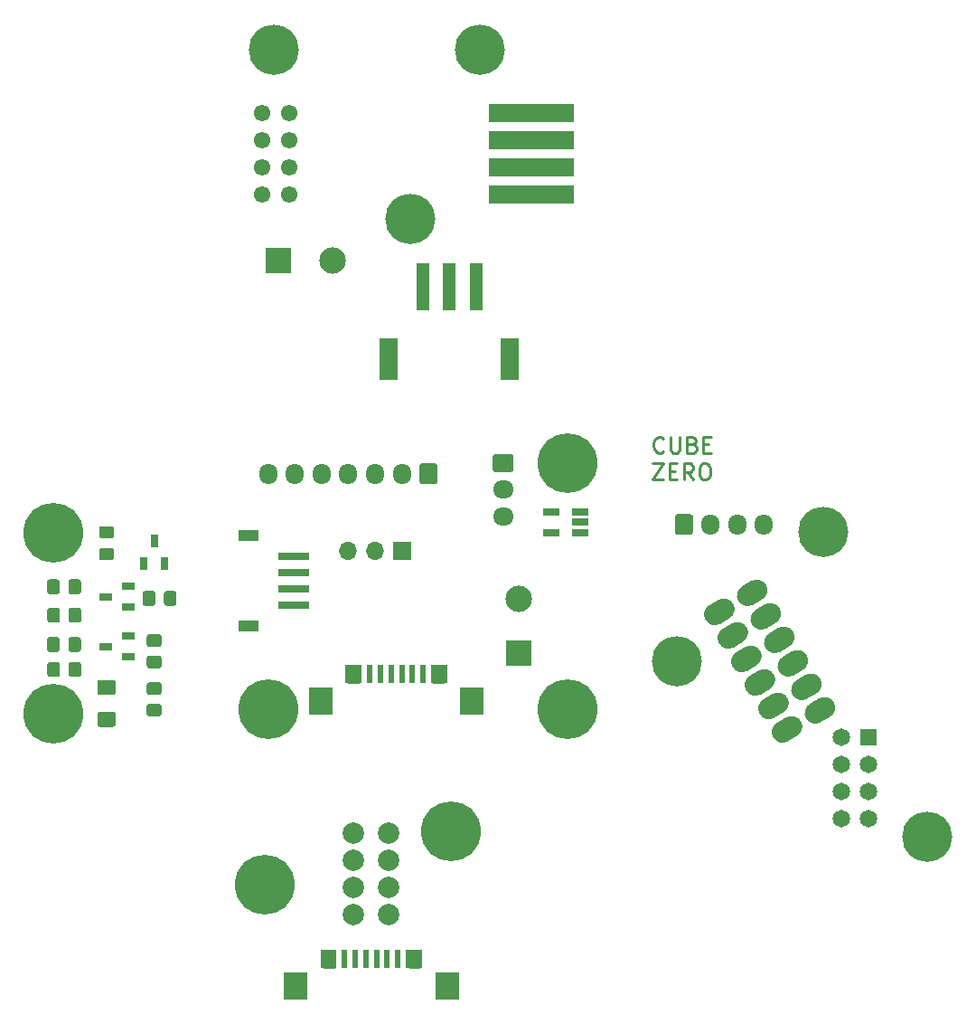
<source format=gbr>
%TF.GenerationSoftware,KiCad,Pcbnew,(5.1.9)-1*%
%TF.CreationDate,2021-02-18T14:55:37+00:00*%
%TF.ProjectId,toolboards - assembly_final,746f6f6c-626f-4617-9264-73202d206173,rev?*%
%TF.SameCoordinates,Original*%
%TF.FileFunction,Soldermask,Top*%
%TF.FilePolarity,Negative*%
%FSLAX46Y46*%
G04 Gerber Fmt 4.6, Leading zero omitted, Abs format (unit mm)*
G04 Created by KiCad (PCBNEW (5.1.9)-1) date 2021-02-18 14:55:37*
%MOMM*%
%LPD*%
G01*
G04 APERTURE LIST*
%ADD10C,0.250000*%
%ADD11C,0.100000*%
%ADD12R,1.200000X0.650000*%
%ADD13C,3.600000*%
%ADD14C,5.600000*%
%ADD15R,0.650000X1.200000*%
%ADD16R,3.000000X0.700000*%
%ADD17R,1.900000X1.100000*%
%ADD18R,2.200000X2.500000*%
%ADD19R,0.600000X1.800000*%
%ADD20R,1.560000X0.650000*%
%ADD21C,2.000000*%
%ADD22C,1.550000*%
%ADD23R,8.000000X1.800000*%
%ADD24C,2.475000*%
%ADD25R,2.475000X2.475000*%
%ADD26R,1.300000X4.500000*%
%ADD27R,1.800000X3.900000*%
%ADD28C,3.100000*%
%ADD29C,4.700000*%
%ADD30O,1.700000X1.700000*%
%ADD31R,1.700000X1.700000*%
%ADD32O,1.950000X1.700000*%
%ADD33O,1.700000X1.950000*%
%ADD34C,1.650000*%
%ADD35R,1.650000X1.650000*%
G04 APERTURE END LIST*
D10*
X180986185Y-69774514D02*
X180914757Y-69845942D01*
X180700471Y-69917371D01*
X180557614Y-69917371D01*
X180343328Y-69845942D01*
X180200471Y-69703085D01*
X180129042Y-69560228D01*
X180057614Y-69274514D01*
X180057614Y-69060228D01*
X180129042Y-68774514D01*
X180200471Y-68631657D01*
X180343328Y-68488800D01*
X180557614Y-68417371D01*
X180700471Y-68417371D01*
X180914757Y-68488800D01*
X180986185Y-68560228D01*
X181629042Y-68417371D02*
X181629042Y-69631657D01*
X181700471Y-69774514D01*
X181771900Y-69845942D01*
X181914757Y-69917371D01*
X182200471Y-69917371D01*
X182343328Y-69845942D01*
X182414757Y-69774514D01*
X182486185Y-69631657D01*
X182486185Y-68417371D01*
X183700471Y-69131657D02*
X183914757Y-69203085D01*
X183986185Y-69274514D01*
X184057614Y-69417371D01*
X184057614Y-69631657D01*
X183986185Y-69774514D01*
X183914757Y-69845942D01*
X183771900Y-69917371D01*
X183200471Y-69917371D01*
X183200471Y-68417371D01*
X183700471Y-68417371D01*
X183843328Y-68488800D01*
X183914757Y-68560228D01*
X183986185Y-68703085D01*
X183986185Y-68845942D01*
X183914757Y-68988800D01*
X183843328Y-69060228D01*
X183700471Y-69131657D01*
X183200471Y-69131657D01*
X184700471Y-69131657D02*
X185200471Y-69131657D01*
X185414757Y-69917371D02*
X184700471Y-69917371D01*
X184700471Y-68417371D01*
X185414757Y-68417371D01*
X179986185Y-70917371D02*
X180986185Y-70917371D01*
X179986185Y-72417371D01*
X180986185Y-72417371D01*
X181557614Y-71631657D02*
X182057614Y-71631657D01*
X182271900Y-72417371D02*
X181557614Y-72417371D01*
X181557614Y-70917371D01*
X182271900Y-70917371D01*
X183771900Y-72417371D02*
X183271900Y-71703085D01*
X182914757Y-72417371D02*
X182914757Y-70917371D01*
X183486185Y-70917371D01*
X183629042Y-70988800D01*
X183700471Y-71060228D01*
X183771900Y-71203085D01*
X183771900Y-71417371D01*
X183700471Y-71560228D01*
X183629042Y-71631657D01*
X183486185Y-71703085D01*
X182914757Y-71703085D01*
X184700471Y-70917371D02*
X184986185Y-70917371D01*
X185129042Y-70988800D01*
X185271900Y-71131657D01*
X185343328Y-71417371D01*
X185343328Y-71917371D01*
X185271900Y-72203085D01*
X185129042Y-72345942D01*
X184986185Y-72417371D01*
X184700471Y-72417371D01*
X184557614Y-72345942D01*
X184414757Y-72203085D01*
X184343328Y-71917371D01*
X184343328Y-71417371D01*
X184414757Y-71131657D01*
X184557614Y-70988800D01*
X184700471Y-70917371D01*
D11*
G36*
X152422200Y-91473000D02*
G01*
X151457000Y-91473000D01*
X151457000Y-89796600D01*
X152422200Y-89796600D01*
X152422200Y-91473000D01*
G37*
X152422200Y-91473000D02*
X151457000Y-91473000D01*
X151457000Y-89796600D01*
X152422200Y-89796600D01*
X152422200Y-91473000D01*
G36*
X160357000Y-91473000D02*
G01*
X159391800Y-91473000D01*
X159391800Y-89796600D01*
X160357000Y-89796600D01*
X160357000Y-91473000D01*
G37*
X160357000Y-91473000D02*
X159391800Y-91473000D01*
X159391800Y-89796600D01*
X160357000Y-89796600D01*
X160357000Y-91473000D01*
G36*
X158119200Y-118130500D02*
G01*
X157154000Y-118130500D01*
X157154000Y-116454100D01*
X158119200Y-116454100D01*
X158119200Y-118130500D01*
G37*
X158119200Y-118130500D02*
X157154000Y-118130500D01*
X157154000Y-116454100D01*
X158119200Y-116454100D01*
X158119200Y-118130500D01*
G36*
X150105500Y-118130500D02*
G01*
X149140300Y-118130500D01*
X149140300Y-116454100D01*
X150105500Y-116454100D01*
X150105500Y-118130500D01*
G37*
X150105500Y-118130500D02*
X149140300Y-118130500D01*
X149140300Y-116454100D01*
X150105500Y-116454100D01*
X150105500Y-118130500D01*
%TO.C,R0*%
G36*
G01*
X125216500Y-88309001D02*
X125216500Y-87408999D01*
G75*
G02*
X125466499Y-87159000I249999J0D01*
G01*
X126166501Y-87159000D01*
G75*
G02*
X126416500Y-87408999I0J-249999D01*
G01*
X126416500Y-88309001D01*
G75*
G02*
X126166501Y-88559000I-249999J0D01*
G01*
X125466499Y-88559000D01*
G75*
G02*
X125216500Y-88309001I0J249999D01*
G01*
G37*
G36*
G01*
X123216500Y-88309001D02*
X123216500Y-87408999D01*
G75*
G02*
X123466499Y-87159000I249999J0D01*
G01*
X124166501Y-87159000D01*
G75*
G02*
X124416500Y-87408999I0J-249999D01*
G01*
X124416500Y-88309001D01*
G75*
G02*
X124166501Y-88559000I-249999J0D01*
G01*
X123466499Y-88559000D01*
G75*
G02*
X123216500Y-88309001I0J249999D01*
G01*
G37*
%TD*%
%TO.C,R3*%
G36*
G01*
X124441000Y-84668999D02*
X124441000Y-85569001D01*
G75*
G02*
X124191001Y-85819000I-249999J0D01*
G01*
X123490999Y-85819000D01*
G75*
G02*
X123241000Y-85569001I0J249999D01*
G01*
X123241000Y-84668999D01*
G75*
G02*
X123490999Y-84419000I249999J0D01*
G01*
X124191001Y-84419000D01*
G75*
G02*
X124441000Y-84668999I0J-249999D01*
G01*
G37*
G36*
G01*
X126441000Y-84668999D02*
X126441000Y-85569001D01*
G75*
G02*
X126191001Y-85819000I-249999J0D01*
G01*
X125490999Y-85819000D01*
G75*
G02*
X125241000Y-85569001I0J249999D01*
G01*
X125241000Y-84668999D01*
G75*
G02*
X125490999Y-84419000I249999J0D01*
G01*
X126191001Y-84419000D01*
G75*
G02*
X126441000Y-84668999I0J-249999D01*
G01*
G37*
%TD*%
%TO.C,LED1*%
G36*
G01*
X128346999Y-78823000D02*
X129247001Y-78823000D01*
G75*
G02*
X129497000Y-79072999I0J-249999D01*
G01*
X129497000Y-79723001D01*
G75*
G02*
X129247001Y-79973000I-249999J0D01*
G01*
X128346999Y-79973000D01*
G75*
G02*
X128097000Y-79723001I0J249999D01*
G01*
X128097000Y-79072999D01*
G75*
G02*
X128346999Y-78823000I249999J0D01*
G01*
G37*
G36*
G01*
X128346999Y-76773000D02*
X129247001Y-76773000D01*
G75*
G02*
X129497000Y-77022999I0J-249999D01*
G01*
X129497000Y-77673001D01*
G75*
G02*
X129247001Y-77923000I-249999J0D01*
G01*
X128346999Y-77923000D01*
G75*
G02*
X128097000Y-77673001I0J249999D01*
G01*
X128097000Y-77022999D01*
G75*
G02*
X128346999Y-76773000I249999J0D01*
G01*
G37*
%TD*%
%TO.C,R1*%
G36*
G01*
X132811999Y-93393000D02*
X133712001Y-93393000D01*
G75*
G02*
X133962000Y-93642999I0J-249999D01*
G01*
X133962000Y-94343001D01*
G75*
G02*
X133712001Y-94593000I-249999J0D01*
G01*
X132811999Y-94593000D01*
G75*
G02*
X132562000Y-94343001I0J249999D01*
G01*
X132562000Y-93642999D01*
G75*
G02*
X132811999Y-93393000I249999J0D01*
G01*
G37*
G36*
G01*
X132811999Y-91393000D02*
X133712001Y-91393000D01*
G75*
G02*
X133962000Y-91642999I0J-249999D01*
G01*
X133962000Y-92343001D01*
G75*
G02*
X133712001Y-92593000I-249999J0D01*
G01*
X132811999Y-92593000D01*
G75*
G02*
X132562000Y-92343001I0J249999D01*
G01*
X132562000Y-91642999D01*
G75*
G02*
X132811999Y-91393000I249999J0D01*
G01*
G37*
%TD*%
%TO.C,LED0*%
G36*
G01*
X128172000Y-94148000D02*
X129422000Y-94148000D01*
G75*
G02*
X129672000Y-94398000I0J-250000D01*
G01*
X129672000Y-95323000D01*
G75*
G02*
X129422000Y-95573000I-250000J0D01*
G01*
X128172000Y-95573000D01*
G75*
G02*
X127922000Y-95323000I0J250000D01*
G01*
X127922000Y-94398000D01*
G75*
G02*
X128172000Y-94148000I250000J0D01*
G01*
G37*
G36*
G01*
X128172000Y-91173000D02*
X129422000Y-91173000D01*
G75*
G02*
X129672000Y-91423000I0J-250000D01*
G01*
X129672000Y-92348000D01*
G75*
G02*
X129422000Y-92598000I-250000J0D01*
G01*
X128172000Y-92598000D01*
G75*
G02*
X127922000Y-92348000I0J250000D01*
G01*
X127922000Y-91423000D01*
G75*
G02*
X128172000Y-91173000I250000J0D01*
G01*
G37*
%TD*%
D12*
%TO.C,Q0*%
X130847000Y-89009500D03*
X130847000Y-87089500D03*
X128747000Y-88049500D03*
%TD*%
%TO.C,R5*%
G36*
G01*
X124416500Y-82011499D02*
X124416500Y-82911501D01*
G75*
G02*
X124166501Y-83161500I-249999J0D01*
G01*
X123466499Y-83161500D01*
G75*
G02*
X123216500Y-82911501I0J249999D01*
G01*
X123216500Y-82011499D01*
G75*
G02*
X123466499Y-81761500I249999J0D01*
G01*
X124166501Y-81761500D01*
G75*
G02*
X124416500Y-82011499I0J-249999D01*
G01*
G37*
G36*
G01*
X126416500Y-82011499D02*
X126416500Y-82911501D01*
G75*
G02*
X126166501Y-83161500I-249999J0D01*
G01*
X125466499Y-83161500D01*
G75*
G02*
X125216500Y-82911501I0J249999D01*
G01*
X125216500Y-82011499D01*
G75*
G02*
X125466499Y-81761500I249999J0D01*
G01*
X126166501Y-81761500D01*
G75*
G02*
X126416500Y-82011499I0J-249999D01*
G01*
G37*
%TD*%
%TO.C,R4*%
G36*
G01*
X124441000Y-89748999D02*
X124441000Y-90649001D01*
G75*
G02*
X124191001Y-90899000I-249999J0D01*
G01*
X123490999Y-90899000D01*
G75*
G02*
X123241000Y-90649001I0J249999D01*
G01*
X123241000Y-89748999D01*
G75*
G02*
X123490999Y-89499000I249999J0D01*
G01*
X124191001Y-89499000D01*
G75*
G02*
X124441000Y-89748999I0J-249999D01*
G01*
G37*
G36*
G01*
X126441000Y-89748999D02*
X126441000Y-90649001D01*
G75*
G02*
X126191001Y-90899000I-249999J0D01*
G01*
X125490999Y-90899000D01*
G75*
G02*
X125241000Y-90649001I0J249999D01*
G01*
X125241000Y-89748999D01*
G75*
G02*
X125490999Y-89499000I249999J0D01*
G01*
X126191001Y-89499000D01*
G75*
G02*
X126441000Y-89748999I0J-249999D01*
G01*
G37*
%TD*%
D13*
%TO.C,H9*%
X123797000Y-94373000D03*
D14*
X123797000Y-94373000D03*
%TD*%
%TO.C,R2*%
G36*
G01*
X132811999Y-88894000D02*
X133712001Y-88894000D01*
G75*
G02*
X133962000Y-89143999I0J-249999D01*
G01*
X133962000Y-89844001D01*
G75*
G02*
X133712001Y-90094000I-249999J0D01*
G01*
X132811999Y-90094000D01*
G75*
G02*
X132562000Y-89844001I0J249999D01*
G01*
X132562000Y-89143999D01*
G75*
G02*
X132811999Y-88894000I249999J0D01*
G01*
G37*
G36*
G01*
X132811999Y-86894000D02*
X133712001Y-86894000D01*
G75*
G02*
X133962000Y-87143999I0J-249999D01*
G01*
X133962000Y-87844001D01*
G75*
G02*
X133712001Y-88094000I-249999J0D01*
G01*
X132811999Y-88094000D01*
G75*
G02*
X132562000Y-87844001I0J249999D01*
G01*
X132562000Y-87143999D01*
G75*
G02*
X132811999Y-86894000I249999J0D01*
G01*
G37*
%TD*%
D15*
%TO.C,Q2*%
X132302000Y-80273000D03*
X134222000Y-80273000D03*
X133262000Y-78173000D03*
%TD*%
%TO.C,R7*%
G36*
G01*
X134170000Y-83991001D02*
X134170000Y-83090999D01*
G75*
G02*
X134419999Y-82841000I249999J0D01*
G01*
X135120001Y-82841000D01*
G75*
G02*
X135370000Y-83090999I0J-249999D01*
G01*
X135370000Y-83991001D01*
G75*
G02*
X135120001Y-84241000I-249999J0D01*
G01*
X134419999Y-84241000D01*
G75*
G02*
X134170000Y-83991001I0J249999D01*
G01*
G37*
G36*
G01*
X132170000Y-83991001D02*
X132170000Y-83090999D01*
G75*
G02*
X132419999Y-82841000I249999J0D01*
G01*
X133120001Y-82841000D01*
G75*
G02*
X133370000Y-83090999I0J-249999D01*
G01*
X133370000Y-83991001D01*
G75*
G02*
X133120001Y-84241000I-249999J0D01*
G01*
X132419999Y-84241000D01*
G75*
G02*
X132170000Y-83991001I0J249999D01*
G01*
G37*
%TD*%
D12*
%TO.C,Q1*%
X130847000Y-84333000D03*
X130847000Y-82413000D03*
X128747000Y-83373000D03*
%TD*%
D13*
%TO.C,H8*%
X123797000Y-77373000D03*
D14*
X123797000Y-77373000D03*
%TD*%
D16*
%TO.C,J16*%
X146337000Y-84138000D03*
X146337000Y-82638000D03*
X146337000Y-81138000D03*
X146337000Y-79638000D03*
D17*
X142087000Y-86088000D03*
X142087000Y-77688000D03*
%TD*%
D18*
%TO.C,J13*%
X163056000Y-93163000D03*
X148856000Y-93163000D03*
D19*
X160456000Y-90623000D03*
X159456000Y-90623000D03*
X158456000Y-90623000D03*
X157456000Y-90623000D03*
X156456000Y-90623000D03*
X155456000Y-90623000D03*
X154456000Y-90623000D03*
X153456000Y-90623000D03*
X152456000Y-90623000D03*
X151456000Y-90623000D03*
%TD*%
%TO.C,J10*%
X149098000Y-117305000D03*
X150098000Y-117305000D03*
X151098000Y-117305000D03*
X152098000Y-117305000D03*
X153098000Y-117305000D03*
X154098000Y-117305000D03*
X155098000Y-117305000D03*
X156098000Y-117305000D03*
X157098000Y-117305000D03*
X158098000Y-117305000D03*
D18*
X146498000Y-119845000D03*
X160698000Y-119845000D03*
%TD*%
D20*
%TO.C,U1*%
X173208000Y-77379000D03*
X173208000Y-76429000D03*
X173208000Y-75479000D03*
X170508000Y-75479000D03*
X170508000Y-77379000D03*
%TD*%
D21*
%TO.C,J9*%
X155247000Y-113114000D03*
X155247000Y-110574000D03*
X155247000Y-108034000D03*
X155247000Y-105494000D03*
%TD*%
%TO.C,J11*%
X151947000Y-105494000D03*
X151947000Y-108034000D03*
X151947000Y-110574000D03*
X151947000Y-113114000D03*
%TD*%
D22*
%TO.C,J3*%
X145902000Y-38148000D03*
X143362000Y-38148000D03*
X145902000Y-40688000D03*
X143362000Y-40688000D03*
X145902000Y-43228000D03*
X143362000Y-43228000D03*
X145902000Y-45768000D03*
X143362000Y-45768000D03*
%TD*%
D23*
%TO.C,J8*%
X168613000Y-45768000D03*
X168613000Y-43228000D03*
X168613000Y-40688000D03*
X168613000Y-38148000D03*
%TD*%
D24*
%TO.C,J5*%
X149987000Y-51943000D03*
D25*
X144907000Y-51943000D03*
%TD*%
D26*
%TO.C,J4*%
X158409000Y-54356000D03*
X160909000Y-54356000D03*
X163409000Y-54356000D03*
D27*
X155209000Y-61156000D03*
X166609000Y-61156000D03*
%TD*%
D14*
%TO.C,H6*%
X161037000Y-105334000D03*
D13*
X161037000Y-105334000D03*
%TD*%
D14*
%TO.C,H7*%
X143657000Y-110334000D03*
D13*
X143657000Y-110334000D03*
%TD*%
D28*
%TO.C,H3*%
X144462000Y-32183000D03*
D29*
X144462000Y-32183000D03*
%TD*%
D28*
%TO.C,H4*%
X157262000Y-48038000D03*
D29*
X157262000Y-48038000D03*
%TD*%
D28*
%TO.C,H5*%
X163761999Y-32183000D03*
D29*
X163761999Y-32183000D03*
%TD*%
D14*
%TO.C,H12*%
X171957000Y-70873000D03*
D13*
X171957000Y-70873000D03*
%TD*%
D30*
%TO.C,JP1*%
X151417000Y-79096000D03*
X153957000Y-79096000D03*
D31*
X156497000Y-79096000D03*
%TD*%
D24*
%TO.C,J14*%
X167457000Y-83563000D03*
D25*
X167457000Y-88643000D03*
%TD*%
D32*
%TO.C,J15*%
X165957000Y-75873000D03*
X165957000Y-73373000D03*
G36*
G01*
X165232000Y-70023000D02*
X166682000Y-70023000D01*
G75*
G02*
X166932000Y-70273000I0J-250000D01*
G01*
X166932000Y-71473000D01*
G75*
G02*
X166682000Y-71723000I-250000J0D01*
G01*
X165232000Y-71723000D01*
G75*
G02*
X164982000Y-71473000I0J250000D01*
G01*
X164982000Y-70273000D01*
G75*
G02*
X165232000Y-70023000I250000J0D01*
G01*
G37*
%TD*%
D14*
%TO.C,H11*%
X171957000Y-93873000D03*
D13*
X171957000Y-93873000D03*
%TD*%
D33*
%TO.C,J12*%
X143957000Y-71873000D03*
X146457000Y-71873000D03*
X148957000Y-71873000D03*
X151457000Y-71873000D03*
X153957000Y-71873000D03*
X156457000Y-71873000D03*
G36*
G01*
X159807000Y-71148000D02*
X159807000Y-72598000D01*
G75*
G02*
X159557000Y-72848000I-250000J0D01*
G01*
X158357000Y-72848000D01*
G75*
G02*
X158107000Y-72598000I0J250000D01*
G01*
X158107000Y-71148000D01*
G75*
G02*
X158357000Y-70898000I250000J0D01*
G01*
X159557000Y-70898000D01*
G75*
G02*
X159807000Y-71148000I0J-250000D01*
G01*
G37*
%TD*%
D14*
%TO.C,H10*%
X143957000Y-93873000D03*
D13*
X143957000Y-93873000D03*
%TD*%
D29*
%TO.C,H0*%
X195936462Y-77320774D03*
D28*
X195936462Y-77320774D03*
%TD*%
D33*
%TO.C,J1*%
X190397401Y-76632383D03*
X187897401Y-76632383D03*
X185397401Y-76632383D03*
G36*
G01*
X182047401Y-77357383D02*
X182047401Y-75907383D01*
G75*
G02*
X182297401Y-75657383I250000J0D01*
G01*
X183497401Y-75657383D01*
G75*
G02*
X183747401Y-75907383I0J-250000D01*
G01*
X183747401Y-77357383D01*
G75*
G02*
X183497401Y-77607383I-250000J0D01*
G01*
X182297401Y-77607383D01*
G75*
G02*
X182047401Y-77357383I0J250000D01*
G01*
G37*
%TD*%
D34*
%TO.C,J2*%
X197671391Y-104200151D03*
X200211391Y-104200151D03*
X197671391Y-101660151D03*
X200211391Y-101660151D03*
X197671391Y-99120151D03*
X200211391Y-99120151D03*
X197671391Y-96580151D03*
D35*
X200211391Y-96580151D03*
%TD*%
%TO.C,J0*%
G36*
G01*
X184913292Y-85547235D02*
X184913292Y-85547235D01*
G75*
G02*
X185279317Y-84181210I866025J500000D01*
G01*
X186145343Y-83681210D01*
G75*
G02*
X187511368Y-84047235I500000J-866025D01*
G01*
X187511368Y-84047235D01*
G75*
G02*
X187145343Y-85413260I-866025J-500000D01*
G01*
X186279317Y-85913260D01*
G75*
G02*
X184913292Y-85547235I-500000J866025D01*
G01*
G37*
G36*
G01*
X187985950Y-83773235D02*
X187985950Y-83773235D01*
G75*
G02*
X188351975Y-82407210I866025J500000D01*
G01*
X189218001Y-81907210D01*
G75*
G02*
X190584026Y-82273235I500000J-866025D01*
G01*
X190584026Y-82273235D01*
G75*
G02*
X190218001Y-83639260I-866025J-500000D01*
G01*
X189351975Y-84139260D01*
G75*
G02*
X187985950Y-83773235I-500000J866025D01*
G01*
G37*
G36*
G01*
X186176364Y-87750939D02*
X186176364Y-87750939D01*
G75*
G02*
X186542389Y-86384914I866025J500000D01*
G01*
X187408415Y-85884914D01*
G75*
G02*
X188774440Y-86250939I500000J-866025D01*
G01*
X188774440Y-86250939D01*
G75*
G02*
X188408415Y-87616964I-866025J-500000D01*
G01*
X187542389Y-88116964D01*
G75*
G02*
X186176364Y-87750939I-500000J866025D01*
G01*
G37*
G36*
G01*
X187446364Y-89950644D02*
X187446364Y-89950644D01*
G75*
G02*
X187812389Y-88584619I866025J500000D01*
G01*
X188678415Y-88084619D01*
G75*
G02*
X190044440Y-88450644I500000J-866025D01*
G01*
X190044440Y-88450644D01*
G75*
G02*
X189678415Y-89816669I-866025J-500000D01*
G01*
X188812389Y-90316669D01*
G75*
G02*
X187446364Y-89950644I-500000J866025D01*
G01*
G37*
G36*
G01*
X188716364Y-92150348D02*
X188716364Y-92150348D01*
G75*
G02*
X189082389Y-90784323I866025J500000D01*
G01*
X189948415Y-90284323D01*
G75*
G02*
X191314440Y-90650348I500000J-866025D01*
G01*
X191314440Y-90650348D01*
G75*
G02*
X190948415Y-92016373I-866025J-500000D01*
G01*
X190082389Y-92516373D01*
G75*
G02*
X188716364Y-92150348I-500000J866025D01*
G01*
G37*
G36*
G01*
X189986364Y-94350053D02*
X189986364Y-94350053D01*
G75*
G02*
X190352389Y-92984028I866025J500000D01*
G01*
X191218415Y-92484028D01*
G75*
G02*
X192584440Y-92850053I500000J-866025D01*
G01*
X192584440Y-92850053D01*
G75*
G02*
X192218415Y-94216078I-866025J-500000D01*
G01*
X191352389Y-94716078D01*
G75*
G02*
X189986364Y-94350053I-500000J866025D01*
G01*
G37*
G36*
G01*
X191256364Y-96549757D02*
X191256364Y-96549757D01*
G75*
G02*
X191622389Y-95183732I866025J500000D01*
G01*
X192488415Y-94683732D01*
G75*
G02*
X193854440Y-95049757I500000J-866025D01*
G01*
X193854440Y-95049757D01*
G75*
G02*
X193488415Y-96415782I-866025J-500000D01*
G01*
X192622389Y-96915782D01*
G75*
G02*
X191256364Y-96549757I-500000J866025D01*
G01*
G37*
G36*
G01*
X194335950Y-94771757D02*
X194335950Y-94771757D01*
G75*
G02*
X194701975Y-93405732I866025J500000D01*
G01*
X195568001Y-92905732D01*
G75*
G02*
X196934026Y-93271757I500000J-866025D01*
G01*
X196934026Y-93271757D01*
G75*
G02*
X196568001Y-94637782I-866025J-500000D01*
G01*
X195701975Y-95137782D01*
G75*
G02*
X194335950Y-94771757I-500000J866025D01*
G01*
G37*
G36*
G01*
X193065950Y-92572053D02*
X193065950Y-92572053D01*
G75*
G02*
X193431975Y-91206028I866025J500000D01*
G01*
X194298001Y-90706028D01*
G75*
G02*
X195664026Y-91072053I500000J-866025D01*
G01*
X195664026Y-91072053D01*
G75*
G02*
X195298001Y-92438078I-866025J-500000D01*
G01*
X194431975Y-92938078D01*
G75*
G02*
X193065950Y-92572053I-500000J866025D01*
G01*
G37*
G36*
G01*
X191795950Y-90372348D02*
X191795950Y-90372348D01*
G75*
G02*
X192161975Y-89006323I866025J500000D01*
G01*
X193028001Y-88506323D01*
G75*
G02*
X194394026Y-88872348I500000J-866025D01*
G01*
X194394026Y-88872348D01*
G75*
G02*
X194028001Y-90238373I-866025J-500000D01*
G01*
X193161975Y-90738373D01*
G75*
G02*
X191795950Y-90372348I-500000J866025D01*
G01*
G37*
G36*
G01*
X190525950Y-88172644D02*
X190525950Y-88172644D01*
G75*
G02*
X190891975Y-86806619I866025J500000D01*
G01*
X191758001Y-86306619D01*
G75*
G02*
X193124026Y-86672644I500000J-866025D01*
G01*
X193124026Y-86672644D01*
G75*
G02*
X192758001Y-88038669I-866025J-500000D01*
G01*
X191891975Y-88538669D01*
G75*
G02*
X190525950Y-88172644I-500000J866025D01*
G01*
G37*
G36*
G01*
X189255950Y-85972939D02*
X189255950Y-85972939D01*
G75*
G02*
X189621975Y-84606914I866025J500000D01*
G01*
X190488001Y-84106914D01*
G75*
G02*
X191854026Y-84472939I500000J-866025D01*
G01*
X191854026Y-84472939D01*
G75*
G02*
X191488001Y-85838964I-866025J-500000D01*
G01*
X190621975Y-86338964D01*
G75*
G02*
X189255950Y-85972939I-500000J866025D01*
G01*
G37*
%TD*%
D29*
%TO.C,H2*%
X182220195Y-89411496D03*
D28*
X182220195Y-89411496D03*
%TD*%
D29*
%TO.C,H1*%
X205719256Y-105831593D03*
D28*
X205719256Y-105831593D03*
%TD*%
M02*

</source>
